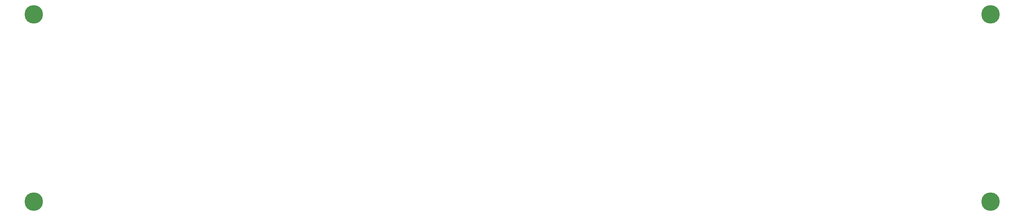
<source format=gtl>
G04 Layer: TopLayer*
G04 EasyEDA v6.5.32, 2023-07-25 14:04:49*
G04 83b8108bbb2141419d28d1856ce8099d,5a6b42c53f6a479593ecc07194224c93,10*
G04 Gerber Generator version 0.2*
G04 Scale: 100 percent, Rotated: No, Reflected: No *
G04 Dimensions in millimeters *
G04 leading zeros omitted , absolute positions ,4 integer and 5 decimal *
%FSLAX45Y45*%
%MOMM*%

%ADD10C,5.0000*%

%LPD*%
D10*
G01*
X1016000Y15494000D03*
G01*
X1016000Y20574000D03*
G01*
X26924000Y15494000D03*
G01*
X26924000Y20574000D03*
M02*

</source>
